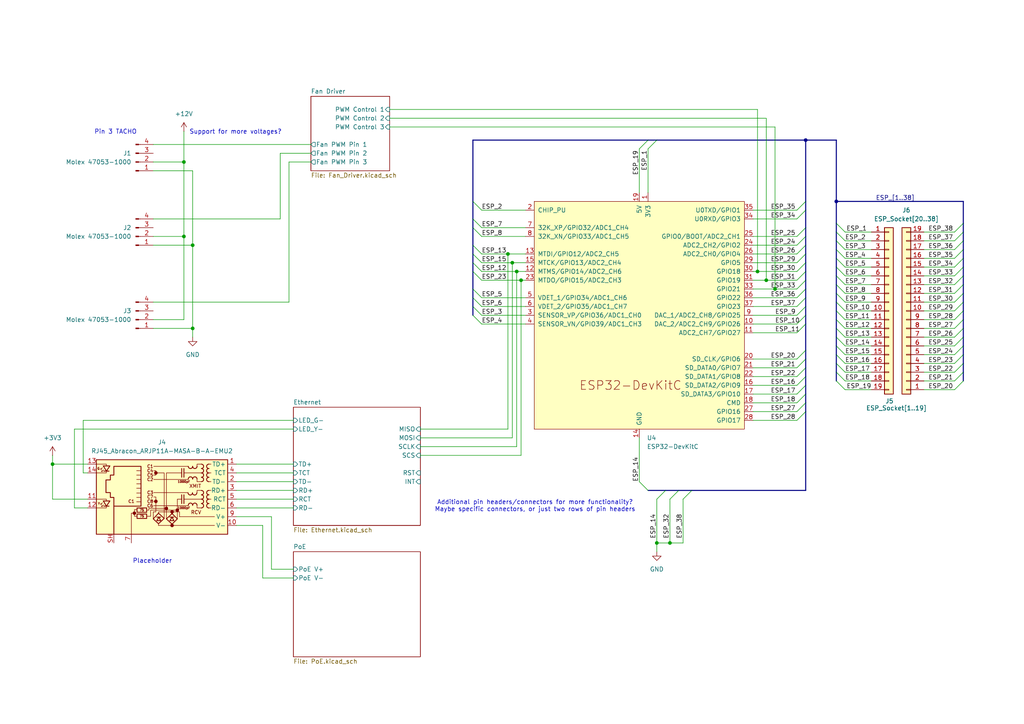
<source format=kicad_sch>
(kicad_sch (version 20231120) (generator "eeschema") (generator_version "8.0")
  (paper "A4")
  (lib_symbols
    (symbol "Connector:Conn_01x04_Pin" (pin_names (offset 1.016) hide)
      (property "Reference" "J" (at 0 5.08 0))
      (property "Value" "Conn_01x04_Pin" (at 0 -7.62 0))
      (symbol "Conn_01x04_Pin_1_1"
        (polyline (pts (xy 1.27 -5.08) (xy 0.8636 -5.08)) (stroke (width 0.1524)))
        (polyline (pts (xy 1.27 -2.54) (xy 0.8636 -2.54)) (stroke (width 0.1524)))
        (polyline (pts (xy 1.27 0) (xy 0.8636 0)) (stroke (width 0.1524)))
        (polyline (pts (xy 1.27 2.54) (xy 0.8636 2.54)) (stroke (width 0.1524)))
        (rectangle (start 0.8636 -4.953) (end 0 -5.207) (stroke (width 0.1524)) (fill (type outline)))
        (rectangle (start 0.8636 -2.413) (end 0 -2.667) (stroke (width 0.1524)) (fill (type outline)))
        (rectangle (start 0.8636 0.127) (end 0 -0.127) (stroke (width 0.1524)) (fill (type outline)))
        (rectangle (start 0.8636 2.667) (end 0 2.413) (stroke (width 0.1524)) (fill (type outline)))
        (pin passive line (at 5.08 2.54 180) (length 3.81) (name "Pin_1") (number "1"))
        (pin passive line (at 5.08 0 180) (length 3.81) (name "Pin_2") (number "2"))
        (pin passive line (at 5.08 -2.54 180) (length 3.81) (name "Pin_3") (number "3"))
        (pin passive line (at 5.08 -5.08 180) (length 3.81) (name "Pin_4") (number "4"))
      )
    )
    (symbol "Connector:RJ45_Abracon_ARJP11A-MASA-B-A-EMU2"
      (property "Reference" "J" (at 18.415 12.7 0))
      (property "Value" "RJ45_Abracon_ARJP11A-MASA-B-A-EMU2" (at -4.445 12.7 0))
      (symbol "RJ45_Abracon_ARJP11A-MASA-B-A-EMU2_0_0"
        (circle (center -3.175 -3.175) (radius 0.0001) (stroke (width 0.508)))
        (circle (center -1.651 -7.62) (radius 0.0001) (stroke (width 0.508)))
        (circle (center -1.651 -3.683) (radius 0.0001) (stroke (width 0.508)))
        (circle (center 0 -2.667) (radius 0.0001) (stroke (width 0.508)))
        (polyline (pts (xy -5.08 1.27) (xy -5.08 -1.27)) (stroke (width 0.254)))
        (polyline (pts (xy -5.08 8.89) (xy -5.08 6.35)) (stroke (width 0.254)))
        (polyline (pts (xy -4.445 1.27) (xy -4.445 -1.27)) (stroke (width 0.254)))
        (polyline (pts (xy -4.445 8.89) (xy -4.445 6.35)) (stroke (width 0.254)))
        (polyline (pts (xy 9.271 -4.064) (xy 10.16 -4.064)))
        (polyline (pts (xy 17.399 -0.508) (xy 17.399 0) (xy 20.32 0)))
        (polyline (pts (xy 17.399 9.652) (xy 17.399 10.16) (xy 20.32 10.16)))
        (polyline (pts (xy 20.32 -2.54) (xy 17.399 -2.54) (xy 17.399 -2.032)))
        (polyline (pts (xy 20.32 7.62) (xy 17.399 7.62) (xy 17.399 8.128)))
        (polyline (pts (xy 3.683 0.635) (xy 3.048 0.635) (xy 3.048 -0.635) (xy 3.683 -0.635)))
        (polyline (pts (xy 3.683 8.255) (xy 3.048 8.255) (xy 3.048 6.985) (xy 3.683 6.985)))
        (polyline (pts (xy 8.636 -4.953) (xy 9.271 -4.953) (xy 9.271 -3.048) (xy 8.636 -3.048)))
        (circle (center 3.048 -0.635) (radius 0.0001) (stroke (width 0.508)))
        (circle (center 3.048 7.62) (radius 0.0001) (stroke (width 0.508)))
        (circle (center 9.271 -4.064) (radius 0.0001) (stroke (width 0.508)))
        (text "C1" (at 4.699 9.525 0) (effects (font (size 0.889 0.889))))
        (text "C1" (at 10.16 -0.635 0) (effects (font (size 0.889 0.889))))
        (text "C2" (at 4.699 5.715 0) (effects (font (size 0.889 0.889))))
        (text "C3" (at 4.699 1.905 0) (effects (font (size 0.889 0.889))))
        (text "C4" (at 4.699 8.255 0) (effects (font (size 0.889 0.889))))
        (text "C5" (at 4.699 6.985 0) (effects (font (size 0.889 0.889))))
        (text "C6" (at 4.699 -1.905 0) (effects (font (size 0.889 0.889))))
        (text "C7" (at 4.699 0.635 0) (effects (font (size 0.889 0.889))))
        (text "C8" (at 4.699 -0.635 0) (effects (font (size 0.889 0.889))))
        (text "RCV" (at -10.16 -3.81 0) (effects (font (size 1.016 1.016)) (justify left)))
        (text "XMIT" (at -10.16 3.81 0) (effects (font (size 1.016 1.016)) (justify left)))
      )
      (symbol "RJ45_Abracon_ARJP11A-MASA-B-A-EMU2_0_1"
        (rectangle (start -17.78 11.43) (end 20.32 -10.16) (stroke (width 0.254)) (fill (type background)))
        (polyline (pts (xy -12.3163 -2.54) (xy -12.9513 -2.54)))
        (polyline (pts (xy -12.3163 0) (xy -12.9513 0)))
        (polyline (pts (xy -12.3163 2.54) (xy -12.9513 2.54)))
        (polyline (pts (xy -12.3163 5.08) (xy -12.9513 5.08)))
        (polyline (pts (xy -12.3163 7.62) (xy -12.9513 7.62)))
        (polyline (pts (xy -12.3163 10.16) (xy -12.9513 10.16)))
        (polyline (pts (xy -6.35 -1.905) (xy 3.683 -1.905)))
        (polyline (pts (xy -6.35 5.715) (xy 3.683 5.715)))
        (polyline (pts (xy -6.35 9.525) (xy 3.683 9.525)))
        (polyline (pts (xy -6.223 1.905) (xy 3.683 1.905)))
        (polyline (pts (xy -5.08 0) (xy -10.16 0)))
        (polyline (pts (xy -5.08 7.62) (xy -10.16 7.62)))
        (polyline (pts (xy 7.366 0.508) (xy 8.636 0.508)))
        (polyline (pts (xy 7.366 1.778) (xy 8.636 1.778)))
        (polyline (pts (xy 7.366 3.175) (xy 8.636 3.175)))
        (polyline (pts (xy 7.366 4.445) (xy 8.636 4.445)))
        (polyline (pts (xy 7.366 5.715) (xy 8.636 5.715)))
        (polyline (pts (xy 8.636 -0.762) (xy 7.366 -0.762)))
        (polyline (pts (xy 8.636 6.985) (xy 7.366 6.985)))
        (polyline (pts (xy 8.636 8.255) (xy 7.366 8.255)))
        (polyline (pts (xy -10.16 2.54) (xy -8.89 2.54) (xy -8.89 1.905)))
        (polyline (pts (xy -10.16 10.16) (xy -8.89 10.16) (xy -8.89 9.525)))
        (polyline (pts (xy -8.89 -1.905) (xy -8.89 -2.54) (xy -10.16 -2.54)))
        (polyline (pts (xy -8.89 5.715) (xy -8.89 5.08) (xy -10.16 5.08)))
        (polyline (pts (xy -4.445 0) (xy -3.175 0) (xy -3.175 -5.715)))
        (polyline (pts (xy -4.445 7.62) (xy 0 7.62) (xy 0 -5.715)))
      )
      (symbol "RJ45_Abracon_ARJP11A-MASA-B-A-EMU2_1_0"
        (text "1000pF" (at -5.08 -2.54 0) (effects (font (size 0.635 0.635))))
        (text "1000pF" (at -5.08 5.08 0) (effects (font (size 0.635 0.635))))
      )
      (symbol "RJ45_Abracon_ARJP11A-MASA-B-A-EMU2_1_1"
        (arc (start -12.3163 1.27) (mid -11.684 1.905) (end -12.3163 2.54) (stroke (width 0.254)))
        (arc (start -12.3136 -2.54) (mid -11.6813 -1.905) (end -12.3136 -1.27) (stroke (width 0.254)))
        (arc (start -12.3136 -1.27) (mid -11.6813 -0.635) (end -12.3136 0) (stroke (width 0.254)))
        (arc (start -12.3136 0) (mid -11.6813 0.635) (end -12.3136 1.27) (stroke (width 0.254)))
        (arc (start -12.3136 8.89) (mid -11.6813 9.525) (end -12.3136 10.16) (stroke (width 0.254)))
        (arc (start -12.3109 5.08) (mid -11.6786 5.715) (end -12.3109 6.35) (stroke (width 0.254)))
        (arc (start -12.3109 6.35) (mid -11.6786 6.985) (end -12.3109 7.62) (stroke (width 0.254)))
        (arc (start -12.3109 7.62) (mid -11.6786 8.255) (end -12.3109 8.89) (stroke (width 0.254)))
        (arc (start -10.1654 0) (mid -10.7977 -0.635) (end -10.1654 -1.27) (stroke (width 0.254)))
        (arc (start -10.1654 1.27) (mid -10.7977 0.635) (end -10.1654 0) (stroke (width 0.254)))
        (arc (start -10.1654 2.54) (mid -10.7977 1.905) (end -10.1654 1.27) (stroke (width 0.254)))
        (arc (start -10.1654 7.62) (mid -10.7977 6.985) (end -10.1654 6.35) (stroke (width 0.254)))
        (arc (start -10.1654 8.89) (mid -10.7977 8.255) (end -10.1654 7.62) (stroke (width 0.254)))
        (arc (start -10.1654 10.16) (mid -10.7977 9.525) (end -10.1654 8.89) (stroke (width 0.254)))
        (arc (start -10.1627 -1.27) (mid -10.795 -1.905) (end -10.1627 -2.54) (stroke (width 0.254)))
        (arc (start -10.1627 6.35) (mid -10.795 5.715) (end -10.1627 5.08) (stroke (width 0.254)))
        (arc (start -8.89 9.5223) (mid -8.255 8.89) (end -7.62 9.5223) (stroke (width 0.254)))
        (arc (start -8.8265 1.8388) (mid -8.1915 1.2065) (end -7.5565 1.8388) (stroke (width 0.254)))
        (arc (start -7.62 -1.7753) (mid -8.255 -1.143) (end -8.89 -1.7753) (stroke (width 0.254)))
        (arc (start -7.62 5.8447) (mid -8.255 6.477) (end -8.89 5.8447) (stroke (width 0.254)))
        (arc (start -7.62 9.525) (mid -6.985 8.8927) (end -6.35 9.525) (stroke (width 0.254)))
        (arc (start -7.5565 1.8415) (mid -6.9215 1.2092) (end -6.2865 1.8415) (stroke (width 0.254)))
        (arc (start -6.35 -1.7726) (mid -6.985 -1.1403) (end -7.62 -1.7726) (stroke (width 0.254)))
        (arc (start -6.35 5.8474) (mid -6.985 6.4797) (end -7.62 5.8474) (stroke (width 0.254)))
        (polyline (pts (xy -13.97 -7.62) (xy 2.286 -7.62)))
        (polyline (pts (xy -13.97 -5.08) (xy -3.81 -5.08)))
        (polyline (pts (xy -2.159 -5.207) (xy -1.016 -5.207)) (stroke (width 0.254)))
        (polyline (pts (xy -1.651 -7.239) (xy -1.651 -7.493)))
        (polyline (pts (xy 1.651 -5.207) (xy 2.794 -5.207)) (stroke (width 0.254)))
        (polyline (pts (xy 2.286 -7.112) (xy 2.286 -7.62)))
        (polyline (pts (xy 10.16 -4.064) (xy 10.16 -10.16)))
        (polyline (pts (xy 15.24 -10.16) (xy 15.24 -2.032)) (stroke (width 0.254)))
        (polyline (pts (xy 18.161 -2.032) (xy 16.637 -2.032)) (stroke (width 0.254)))
        (polyline (pts (xy 18.161 8.128) (xy 16.637 8.128)) (stroke (width 0.254)))
        (polyline (pts (xy 18.796 -2.159) (xy 18.796 -1.905)))
        (polyline (pts (xy 18.796 8.001) (xy 18.796 8.255)))
        (polyline (pts (xy 19.05 -1.524) (xy 19.05 -1.27)))
        (polyline (pts (xy 19.05 8.636) (xy 19.05 8.89)))
        (polyline (pts (xy -3.81 -5.08) (xy -3.81 -3.683) (xy -1.651 -3.683)))
        (polyline (pts (xy -1.905 -3.683) (xy -1.651 -3.683) (xy -1.651 -4.191)))
        (polyline (pts (xy -1.651 -3.683) (xy 2.286 -3.683) (xy 2.286 -4.064)))
        (polyline (pts (xy 3.048 7.62) (xy 0.635 7.62) (xy 0.635 -5.588)))
        (polyline (pts (xy 18.288 -1.651) (xy 18.796 -2.159) (xy 18.542 -2.159)))
        (polyline (pts (xy 18.288 8.509) (xy 18.796 8.001) (xy 18.542 8.001)))
        (polyline (pts (xy 18.542 -1.016) (xy 19.05 -1.524) (xy 18.796 -1.524)))
        (polyline (pts (xy 18.542 9.144) (xy 19.05 8.636) (xy 18.796 8.636)))
        (polyline (pts (xy -2.159 -6.223) (xy -1.016 -6.223) (xy -1.651 -5.207) (xy -2.159 -6.223)) (stroke (width 0.254)))
        (polyline (pts (xy 1.651 -6.223) (xy 2.794 -6.223) (xy 2.159 -5.207) (xy 1.651 -6.223)) (stroke (width 0.254)))
        (polyline (pts (xy 3.048 -0.508) (xy 3.048 -3.683) (xy 3.81 -3.683) (xy 3.81 -5.715)))
        (polyline (pts (xy 5.715 -4.953) (xy 4.572 -4.953) (xy 4.572 -3.175) (xy -3.175 -3.175)))
        (polyline (pts (xy 5.715 -3.175) (xy 5.08 -3.175) (xy 5.08 -2.667) (xy 0 -2.667)))
        (polyline (pts (xy 18.288 -0.508) (xy 16.383 -0.508) (xy 17.399 -2.032) (xy 18.288 -0.508)) (stroke (width 0.254)))
        (polyline (pts (xy 18.288 9.652) (xy 16.383 9.652) (xy 17.399 8.128) (xy 18.288 9.652)) (stroke (width 0.254)))
        (polyline (pts (xy -1.651 -4.191) (xy -3.175 -5.715) (xy -1.651 -7.239) (xy 0 -5.715) (xy -1.651 -4.191)) (stroke (width 0.254)))
        (polyline (pts (xy 2.286 -4.064) (xy 0.635 -5.588) (xy 2.286 -7.112) (xy 3.81 -5.715) (xy 2.286 -4.064)) (stroke (width 0.254)))
        (polyline (pts (xy 7.366 -2.032) (xy 7.366 9.525) (xy 15.24 9.525) (xy 15.24 6.985) (xy 16.256 6.985) (xy 16.256 5.588) (xy 17.526 5.588) (xy 17.526 1.905) (xy 16.256 1.905) (xy 16.256 0.508) (xy 15.24 0.508) (xy 15.24 -2.032) (xy 7.366 -2.032)) (stroke (width 0.254)))
        (rectangle (start 8.509 -5.588) (end 5.715 -4.318) (stroke (width 0.254)))
        (rectangle (start 8.509 -3.81) (end 5.715 -2.54) (stroke (width 0.254)))
        (text "75" (at 7.112 -4.953 0) (effects (font (size 0.635 0.635))))
        (text "75" (at 7.112 -3.175 0) (effects (font (size 0.635 0.635))))
        (text "G" (at 19.685 8.89 0) (effects (font (size 0.635 0.635))))
        (text "Y" (at 19.558 -1.27 0) (effects (font (size 0.635 0.635))))
        (pin passive line (at -20.32 10.16 0) (length 2.54) (name "TD+") (number "1"))
        (pin power_out line (at -20.32 -7.62 0) (length 2.54) (name "V-") (number "10"))
        (pin passive line (at 22.86 0 180) (length 2.54) (name "") (number "11"))
        (pin passive line (at 22.86 -2.54 180) (length 2.54) (name "") (number "12"))
        (pin passive line (at 22.86 10.16 180) (length 2.54) (name "") (number "13"))
        (pin passive line (at 22.86 7.62 180) (length 2.54) (name "") (number "14"))
        (pin passive line (at -20.32 5.08 0) (length 2.54) (name "TD-") (number "2"))
        (pin passive line (at -20.32 2.54 0) (length 2.54) (name "RD+") (number "3"))
        (pin passive line (at -20.32 7.62 0) (length 2.54) (name "TCT") (number "4"))
        (pin passive line (at -20.32 0 0) (length 2.54) (name "RCT") (number "5"))
        (pin passive line (at -20.32 -2.54 0) (length 2.54) (name "RD-") (number "6"))
        (pin power_in line (at 10.16 -12.7 90) (length 2.54) (name "") (number "7"))
        (pin no_connect line (at 20.32 5.08 0) (length 0) hide (name "NC") (number "8"))
        (pin power_out line (at -20.32 -5.08 0) (length 2.54) (name "V+") (number "9"))
        (pin passive line (at 15.24 -12.7 90) (length 2.54) (name "") (number "SH"))
      )
    )
    (symbol "Connector_Generic:Conn_01x19" (pin_names (offset 1.016) hide)
      (property "Reference" "J" (at 0 25.4 0))
      (property "Value" "Conn_01x19" (at 0 -25.4 0))
      (symbol "Conn_01x19_1_1"
        (rectangle (start -1.27 -22.733) (end 0 -22.987) (stroke (width 0.1524)))
        (rectangle (start -1.27 -20.193) (end 0 -20.447) (stroke (width 0.1524)))
        (rectangle (start -1.27 -17.653) (end 0 -17.907) (stroke (width 0.1524)))
        (rectangle (start -1.27 -15.113) (end 0 -15.367) (stroke (width 0.1524)))
        (rectangle (start -1.27 -12.573) (end 0 -12.827) (stroke (width 0.1524)))
        (rectangle (start -1.27 -10.033) (end 0 -10.287) (stroke (width 0.1524)))
        (rectangle (start -1.27 -7.493) (end 0 -7.747) (stroke (width 0.1524)))
        (rectangle (start -1.27 -4.953) (end 0 -5.207) (stroke (width 0.1524)))
        (rectangle (start -1.27 -2.413) (end 0 -2.667) (stroke (width 0.1524)))
        (rectangle (start -1.27 0.127) (end 0 -0.127) (stroke (width 0.1524)))
        (rectangle (start -1.27 2.667) (end 0 2.413) (stroke (width 0.1524)))
        (rectangle (start -1.27 5.207) (end 0 4.953) (stroke (width 0.1524)))
        (rectangle (start -1.27 7.747) (end 0 7.493) (stroke (width 0.1524)))
        (rectangle (start -1.27 10.287) (end 0 10.033) (stroke (width 0.1524)))
        (rectangle (start -1.27 12.827) (end 0 12.573) (stroke (width 0.1524)))
        (rectangle (start -1.27 15.367) (end 0 15.113) (stroke (width 0.1524)))
        (rectangle (start -1.27 17.907) (end 0 17.653) (stroke (width 0.1524)))
        (rectangle (start -1.27 20.447) (end 0 20.193) (stroke (width 0.1524)))
        (rectangle (start -1.27 22.987) (end 0 22.733) (stroke (width 0.1524)))
        (rectangle (start -1.27 24.13) (end 1.27 -24.13) (stroke (width 0.254)) (fill (type background)))
        (pin passive line (at -5.08 22.86 0) (length 3.81) (name "Pin_1") (number "1"))
        (pin passive line (at -5.08 0 0) (length 3.81) (name "Pin_10") (number "10"))
        (pin passive line (at -5.08 -2.54 0) (length 3.81) (name "Pin_11") (number "11"))
        (pin passive line (at -5.08 -5.08 0) (length 3.81) (name "Pin_12") (number "12"))
        (pin passive line (at -5.08 -7.62 0) (length 3.81) (name "Pin_13") (number "13"))
        (pin passive line (at -5.08 -10.16 0) (length 3.81) (name "Pin_14") (number "14"))
        (pin passive line (at -5.08 -12.7 0) (length 3.81) (name "Pin_15") (number "15"))
        (pin passive line (at -5.08 -15.24 0) (length 3.81) (name "Pin_16") (number "16"))
        (pin passive line (at -5.08 -17.78 0) (length 3.81) (name "Pin_17") (number "17"))
        (pin passive line (at -5.08 -20.32 0) (length 3.81) (name "Pin_18") (number "18"))
        (pin passive line (at -5.08 -22.86 0) (length 3.81) (name "Pin_19") (number "19"))
        (pin passive line (at -5.08 20.32 0) (length 3.81) (name "Pin_2") (number "2"))
        (pin passive line (at -5.08 17.78 0) (length 3.81) (name "Pin_3") (number "3"))
        (pin passive line (at -5.08 15.24 0) (length 3.81) (name "Pin_4") (number "4"))
        (pin passive line (at -5.08 12.7 0) (length 3.81) (name "Pin_5") (number "5"))
        (pin passive line (at -5.08 10.16 0) (length 3.81) (name "Pin_6") (number "6"))
        (pin passive line (at -5.08 7.62 0) (length 3.81) (name "Pin_7") (number "7"))
        (pin passive line (at -5.08 5.08 0) (length 3.81) (name "Pin_8") (number "8"))
        (pin passive line (at -5.08 2.54 0) (length 3.81) (name "Pin_9") (number "9"))
      )
    )
    (symbol "ESP32-Symbols:ESP32-DevKitC" (pin_names (offset 1.016))
      (property "Reference" "U" (at -30.48 38.1 0))
      (property "Value" "ESP32-DevKitC" (at -30.48 35.56 0))
      (symbol "ESP32-DevKitC_0_0"
        (text "ESP32-DevKitC" (at -2.54 -20.32 0) (effects (font (size 2.54 2.54))))
        (pin power_in line (at 0 -35.56 90) (length 2.54) (name "GND") (number "14"))
        (pin power_in line (at 0 35.56 270) (length 2.54) (name "5V") (number "19"))
      )
      (symbol "ESP32-DevKitC_0_1"
        (rectangle (start -30.48 33.02) (end 30.48 -33.02) (fill (type background)))
      )
      (symbol "ESP32-DevKitC_1_1"
        (pin power_in line (at 2.54 35.56 270) (length 2.54) (name "3V3") (number "1"))
        (pin bidirectional line (at 33.02 -2.54 180) (length 2.54) (name "DAC_2/ADC2_CH9/GPIO26") (number "10"))
        (pin bidirectional line (at 33.02 -5.08 180) (length 2.54) (name "ADC2_CH7/GPIO27") (number "11"))
        (pin bidirectional line (at -33.02 12.7 0) (length 2.54) (name "MTMS/GPIO14/ADC2_CH6") (number "12"))
        (pin bidirectional line (at -33.02 17.78 0) (length 2.54) (name "MTDI/GPIO12/ADC2_CH5") (number "13"))
        (pin bidirectional line (at -33.02 15.24 0) (length 2.54) (name "MTCK/GPIO13/ADC2_CH4") (number "15"))
        (pin bidirectional line (at 33.02 -20.32 180) (length 2.54) (name "SD_DATA2/GPIO9") (number "16"))
        (pin bidirectional line (at 33.02 -22.86 180) (length 2.54) (name "SD_DATA3/GPIO10") (number "17"))
        (pin bidirectional line (at 33.02 -25.4 180) (length 2.54) (name "CMD") (number "18"))
        (pin input line (at -33.02 30.48 0) (length 2.54) (name "CHIP_PU") (number "2"))
        (pin bidirectional line (at 33.02 -12.7 180) (length 2.54) (name "SD_CLK/GPIO6") (number "20"))
        (pin bidirectional line (at 33.02 -15.24 180) (length 2.54) (name "SD_DATA0/GPIO7") (number "21"))
        (pin bidirectional line (at 33.02 -17.78 180) (length 2.54) (name "SD_DATA1/GPIO8") (number "22"))
        (pin bidirectional line (at -33.02 10.16 0) (length 2.54) (name "MTDO/GPIO15/ADC2_CH3") (number "23"))
        (pin bidirectional line (at 33.02 20.32 180) (length 2.54) (name "ADC2_CH2/GPIO2") (number "24"))
        (pin bidirectional line (at 33.02 22.86 180) (length 2.54) (name "GPIO0/BOOT/ADC2_CH1") (number "25"))
        (pin bidirectional line (at 33.02 17.78 180) (length 2.54) (name "ADC2_CH0/GPIO4") (number "26"))
        (pin bidirectional line (at 33.02 -27.94 180) (length 2.54) (name "GPIO16") (number "27"))
        (pin bidirectional line (at 33.02 -30.48 180) (length 2.54) (name "GPIO17") (number "28"))
        (pin bidirectional line (at 33.02 15.24 180) (length 2.54) (name "GPIO5") (number "29"))
        (pin input line (at -33.02 0 0) (length 2.54) (name "SENSOR_VP/GPIO36/ADC1_CH0") (number "3"))
        (pin bidirectional line (at 33.02 12.7 180) (length 2.54) (name "GPIO18") (number "30"))
        (pin bidirectional line (at 33.02 10.16 180) (length 2.54) (name "GPIO19") (number "31"))
        (pin passive line (at 0 -35.56 90) (length 2.54) hide (name "GND") (number "32"))
        (pin bidirectional line (at 33.02 7.62 180) (length 2.54) (name "GPIO21") (number "33"))
        (pin bidirectional line (at 33.02 27.94 180) (length 2.54) (name "U0RXD/GPIO3") (number "34"))
        (pin bidirectional line (at 33.02 30.48 180) (length 2.54) (name "U0TXD/GPIO1") (number "35"))
        (pin bidirectional line (at 33.02 5.08 180) (length 2.54) (name "GPIO22") (number "36"))
        (pin bidirectional line (at 33.02 2.54 180) (length 2.54) (name "GPIO23") (number "37"))
        (pin passive line (at 0 -35.56 90) (length 2.54) hide (name "GND") (number "38"))
        (pin input line (at -33.02 -2.54 0) (length 2.54) (name "SENSOR_VN/GPIO39/ADC1_CH3") (number "4"))
        (pin input line (at -33.02 5.08 0) (length 2.54) (name "VDET_1/GPIO34/ADC1_CH6") (number "5"))
        (pin input line (at -33.02 2.54 0) (length 2.54) (name "VDET_2/GPIO35/ADC1_CH7") (number "6"))
        (pin bidirectional line (at -33.02 25.4 0) (length 2.54) (name "32K_XP/GPIO32/ADC1_CH4") (number "7"))
        (pin bidirectional line (at -33.02 22.86 0) (length 2.54) (name "32K_XN/GPIO33/ADC1_CH5") (number "8"))
        (pin bidirectional line (at 33.02 0 180) (length 2.54) (name "DAC_1/ADC2_CH8/GPIO25") (number "9"))
      )
    )
    (symbol "power:+12V" (power) (pin_numbers hide) (pin_names (offset 0) hide)
      (property "Value" "+12V" (at 0 3.556 0))
      (symbol "+12V_0_1"
        (polyline (pts (xy -0.762 1.27) (xy 0 2.54)))
        (polyline (pts (xy 0 0) (xy 0 2.54)))
        (polyline (pts (xy 0 2.54) (xy 0.762 1.27)))
      )
      (symbol "+12V_1_1"
        (pin power_in line (at 0 0 90) (length 0) (name "~") (number "1"))
      )
    )
    (symbol "power:+3V3" (power) (pin_numbers hide) (pin_names (offset 0) hide)
      (property "Value" "+3V3" (at 0 3.556 0))
      (symbol "+3V3_0_1"
        (polyline (pts (xy -0.762 1.27) (xy 0 2.54)))
        (polyline (pts (xy 0 0) (xy 0 2.54)))
        (polyline (pts (xy 0 2.54) (xy 0.762 1.27)))
      )
      (symbol "+3V3_1_1"
        (pin power_in line (at 0 0 90) (length 0) (name "~") (number "1"))
      )
    )
    (symbol "power:GND" (power) (pin_numbers hide) (pin_names (offset 0) hide)
      (property "Value" "GND" (at 0 -3.81 0))
      (symbol "GND_0_1"
        (polyline (pts (xy 0 0) (xy 0 -1.27) (xy 1.27 -1.27) (xy 0 -2.54) (xy -1.27 -1.27) (xy 0 -1.27)))
      )
      (symbol "GND_1_1"
        (pin power_in line (at 0 0 270) (length 0) (name "~") (number "1"))
      )
    )
  )
  (junction (at 148.59 76.2))
  (junction (at 190.5 157.48))
  (junction (at 242.57 58.42))
  (junction (at 15.24 134.62))
  (junction (at 224.79 83.82))
  (junction (at 55.88 95.25))
  (junction (at 151.13 81.28))
  (junction (at 233.68 40.64))
  (junction (at 147.32 73.66))
  (junction (at 53.34 46.99))
  (junction (at 149.86 78.74))
  (junction (at 53.34 68.58))
  (junction (at 194.31 157.48))
  (junction (at 55.88 71.12))
  (junction (at 222.25 81.28))
  (junction (at 219.71 78.74))
  (bus_entry (at 245.11 77.47) (size -2.54 -2.54))
  (bus_entry (at 185.42 43.18) (size 2.54 -2.54))
  (bus_entry (at 276.86 90.17) (size 2.54 -2.54))
  (bus_entry (at 139.7 93.98) (size -2.54 -2.54))
  (bus_entry (at 276.86 85.09) (size 2.54 -2.54))
  (bus_entry (at 231.14 111.76) (size 2.54 -2.54))
  (bus_entry (at 231.14 96.52) (size 2.54 -2.54))
  (bus_entry (at 245.11 82.55) (size -2.54 -2.54))
  (bus_entry (at 245.11 67.31) (size -2.54 -2.54))
  (bus_entry (at 245.11 74.93) (size -2.54 -2.54))
  (bus_entry (at 231.14 73.66) (size 2.54 -2.54))
  (bus_entry (at 231.14 68.58) (size 2.54 -2.54))
  (bus_entry (at 276.86 77.47) (size 2.54 -2.54))
  (bus_entry (at 245.11 92.71) (size -2.54 -2.54))
  (bus_entry (at 245.11 95.25) (size -2.54 -2.54))
  (bus_entry (at 231.14 86.36) (size 2.54 -2.54))
  (bus_entry (at 139.7 76.2) (size -2.54 -2.54))
  (bus_entry (at 276.86 92.71) (size 2.54 -2.54))
  (bus_entry (at 231.14 88.9) (size 2.54 -2.54))
  (bus_entry (at 276.86 87.63) (size 2.54 -2.54))
  (bus_entry (at 245.11 72.39) (size -2.54 -2.54))
  (bus_entry (at 139.7 68.58) (size -2.54 -2.54))
  (bus_entry (at 276.86 69.85) (size 2.54 -2.54))
  (bus_entry (at 245.11 97.79) (size -2.54 -2.54))
  (bus_entry (at 139.7 86.36) (size -2.54 -2.54))
  (bus_entry (at 139.7 81.28) (size -2.54 -2.54))
  (bus_entry (at 196.85 142.24) (size -2.54 2.54))
  (bus_entry (at 231.14 116.84) (size 2.54 -2.54))
  (bus_entry (at 276.86 95.25) (size 2.54 -2.54))
  (bus_entry (at 231.14 121.92) (size 2.54 -2.54))
  (bus_entry (at 245.11 87.63) (size -2.54 -2.54))
  (bus_entry (at 139.7 91.44) (size -2.54 -2.54))
  (bus_entry (at 245.11 113.03) (size -2.54 -2.54))
  (bus_entry (at 139.7 78.74) (size -2.54 -2.54))
  (bus_entry (at 193.04 142.24) (size -2.54 2.54))
  (bus_entry (at 231.14 109.22) (size 2.54 -2.54))
  (bus_entry (at 276.86 80.01) (size 2.54 -2.54))
  (bus_entry (at 139.7 88.9) (size -2.54 -2.54))
  (bus_entry (at 276.86 113.03) (size 2.54 -2.54))
  (bus_entry (at 276.86 105.41) (size 2.54 -2.54))
  (bus_entry (at 245.11 110.49) (size -2.54 -2.54))
  (bus_entry (at 276.86 72.39) (size 2.54 -2.54))
  (bus_entry (at 245.11 105.41) (size -2.54 -2.54))
  (bus_entry (at 245.11 69.85) (size -2.54 -2.54))
  (bus_entry (at 231.14 60.96) (size 2.54 -2.54))
  (bus_entry (at 231.14 78.74) (size 2.54 -2.54))
  (bus_entry (at 276.86 102.87) (size 2.54 -2.54))
  (bus_entry (at 200.66 142.24) (size -2.54 2.54))
  (bus_entry (at 245.11 80.01) (size -2.54 -2.54))
  (bus_entry (at 187.96 43.18) (size 2.54 -2.54))
  (bus_entry (at 231.14 81.28) (size 2.54 -2.54))
  (bus_entry (at 231.14 106.68) (size 2.54 -2.54))
  (bus_entry (at 245.11 102.87) (size -2.54 -2.54))
  (bus_entry (at 231.14 114.3) (size 2.54 -2.54))
  (bus_entry (at 231.14 76.2) (size 2.54 -2.54))
  (bus_entry (at 231.14 83.82) (size 2.54 -2.54))
  (bus_entry (at 245.11 85.09) (size -2.54 -2.54))
  (bus_entry (at 231.14 91.44) (size 2.54 -2.54))
  (bus_entry (at 245.11 107.95) (size -2.54 -2.54))
  (bus_entry (at 231.14 93.98) (size 2.54 -2.54))
  (bus_entry (at 276.86 100.33) (size 2.54 -2.54))
  (bus_entry (at 245.11 100.33) (size -2.54 -2.54))
  (bus_entry (at 185.42 139.7) (size 2.54 2.54))
  (bus_entry (at 231.14 63.5) (size 2.54 -2.54))
  (bus_entry (at 139.7 66.04) (size -2.54 -2.54))
  (bus_entry (at 245.11 90.17) (size -2.54 -2.54))
  (bus_entry (at 276.86 67.31) (size 2.54 -2.54))
  (bus_entry (at 276.86 74.93) (size 2.54 -2.54))
  (bus_entry (at 276.86 82.55) (size 2.54 -2.54))
  (bus_entry (at 276.86 97.79) (size 2.54 -2.54))
  (bus_entry (at 139.7 60.96) (size -2.54 -2.54))
  (bus_entry (at 231.14 119.38) (size 2.54 -2.54))
  (bus_entry (at 231.14 104.14) (size 2.54 -2.54))
  (bus_entry (at 276.86 107.95) (size 2.54 -2.54))
  (bus_entry (at 139.7 73.66) (size -2.54 -2.54))
  (bus_entry (at 276.86 110.49) (size 2.54 -2.54))
  (bus_entry (at 231.14 71.12) (size 2.54 -2.54))
  (wire (pts (xy 245.11 107.95) (xy 252.73 107.95)))
  (bus (pts (xy 233.68 83.82) (xy 233.68 86.36)))
  (wire (pts (xy 139.7 88.9) (xy 152.4 88.9)))
  (wire (pts (xy 121.92 127) (xy 148.59 127)))
  (wire (pts (xy 267.97 72.39) (xy 276.86 72.39)))
  (bus (pts (xy 233.68 93.98) (xy 233.68 101.6)))
  (wire (pts (xy 190.5 157.48) (xy 194.31 157.48)))
  (wire (pts (xy 267.97 113.03) (xy 276.86 113.03)))
  (wire (pts (xy 76.2 167.64) (xy 85.09 167.64)))
  (wire (pts (xy 231.14 109.22) (xy 218.44 109.22)))
  (bus (pts (xy 137.16 83.82) (xy 137.16 78.74)))
  (wire (pts (xy 267.97 100.33) (xy 276.86 100.33)))
  (wire (pts (xy 231.14 91.44) (xy 218.44 91.44)))
  (bus (pts (xy 242.57 102.87) (xy 242.57 105.41)))
  (bus (pts (xy 137.16 73.66) (xy 137.16 71.12)))
  (wire (pts (xy 190.5 144.78) (xy 190.5 157.48)))
  (bus (pts (xy 137.16 40.64) (xy 187.96 40.64)))
  (wire (pts (xy 267.97 87.63) (xy 276.86 87.63)))
  (bus (pts (xy 242.57 77.47) (xy 242.57 80.01)))
  (wire (pts (xy 224.79 83.82) (xy 231.14 83.82)))
  (wire (pts (xy 44.45 71.12) (xy 55.88 71.12)))
  (bus (pts (xy 279.4 107.95) (xy 279.4 110.49)))
  (wire (pts (xy 55.88 49.53) (xy 55.88 71.12)))
  (bus (pts (xy 190.5 40.64) (xy 233.68 40.64)))
  (wire (pts (xy 44.45 49.53) (xy 55.88 49.53)))
  (bus (pts (xy 233.68 40.64) (xy 233.68 58.42)))
  (wire (pts (xy 121.92 129.54) (xy 149.86 129.54)))
  (wire (pts (xy 139.7 60.96) (xy 152.4 60.96)))
  (bus (pts (xy 233.68 106.68) (xy 233.68 109.22)))
  (wire (pts (xy 219.71 78.74) (xy 219.71 31.75)))
  (wire (pts (xy 44.45 87.63) (xy 83.82 87.63)))
  (wire (pts (xy 219.71 31.75) (xy 113.03 31.75)))
  (wire (pts (xy 267.97 105.41) (xy 276.86 105.41)))
  (bus (pts (xy 242.57 107.95) (xy 242.57 110.49)))
  (wire (pts (xy 267.97 85.09) (xy 276.86 85.09)))
  (wire (pts (xy 245.11 77.47) (xy 252.73 77.47)))
  (wire (pts (xy 68.58 152.4) (xy 76.2 152.4)))
  (wire (pts (xy 90.17 41.91) (xy 44.45 41.91)))
  (wire (pts (xy 231.14 106.68) (xy 218.44 106.68)))
  (bus (pts (xy 242.57 85.09) (xy 242.57 87.63)))
  (wire (pts (xy 78.74 165.1) (xy 85.09 165.1)))
  (wire (pts (xy 245.11 113.03) (xy 252.73 113.03)))
  (bus (pts (xy 233.68 109.22) (xy 233.68 111.76)))
  (bus (pts (xy 242.57 80.01) (xy 242.57 82.55)))
  (bus (pts (xy 279.4 95.25) (xy 279.4 97.79)))
  (wire (pts (xy 219.71 78.74) (xy 218.44 78.74)))
  (wire (pts (xy 190.5 157.48) (xy 190.5 160.02)))
  (bus (pts (xy 279.4 80.01) (xy 279.4 82.55)))
  (bus (pts (xy 279.4 74.93) (xy 279.4 77.47)))
  (bus (pts (xy 233.68 76.2) (xy 233.68 78.74)))
  (wire (pts (xy 21.59 147.32) (xy 21.59 124.46)))
  (bus (pts (xy 187.96 142.24) (xy 193.04 142.24)))
  (wire (pts (xy 222.25 81.28) (xy 231.14 81.28)))
  (wire (pts (xy 78.74 149.86) (xy 68.58 149.86)))
  (bus (pts (xy 233.68 119.38) (xy 233.68 142.24)))
  (wire (pts (xy 231.14 86.36) (xy 218.44 86.36)))
  (wire (pts (xy 198.12 144.78) (xy 198.12 157.48)))
  (wire (pts (xy 68.58 147.32) (xy 85.09 147.32)))
  (bus (pts (xy 137.16 91.44) (xy 137.16 88.9)))
  (wire (pts (xy 267.97 107.95) (xy 276.86 107.95)))
  (wire (pts (xy 68.58 144.78) (xy 85.09 144.78)))
  (wire (pts (xy 139.7 73.66) (xy 147.32 73.66)))
  (wire (pts (xy 81.28 44.45) (xy 90.17 44.45)))
  (wire (pts (xy 68.58 142.24) (xy 85.09 142.24)))
  (wire (pts (xy 44.45 63.5) (xy 81.28 63.5)))
  (wire (pts (xy 245.11 82.55) (xy 252.73 82.55)))
  (wire (pts (xy 267.97 74.93) (xy 276.86 74.93)))
  (wire (pts (xy 187.96 43.18) (xy 187.96 55.88)))
  (wire (pts (xy 139.7 78.74) (xy 149.86 78.74)))
  (bus (pts (xy 233.68 66.04) (xy 233.68 68.58)))
  (bus (pts (xy 279.4 82.55) (xy 279.4 85.09)))
  (bus (pts (xy 279.4 87.63) (xy 279.4 90.17)))
  (bus (pts (xy 233.68 68.58) (xy 233.68 71.12)))
  (wire (pts (xy 44.45 92.71) (xy 53.34 92.71)))
  (bus (pts (xy 242.57 40.64) (xy 242.57 58.42)))
  (bus (pts (xy 279.4 67.31) (xy 279.4 69.85)))
  (bus (pts (xy 279.4 58.42) (xy 279.4 64.77)))
  (wire (pts (xy 245.11 69.85) (xy 252.73 69.85)))
  (bus (pts (xy 279.4 58.42) (xy 242.57 58.42)))
  (wire (pts (xy 121.92 124.46) (xy 147.32 124.46)))
  (bus (pts (xy 200.66 142.24) (xy 233.68 142.24)))
  (bus (pts (xy 242.57 87.63) (xy 242.57 90.17)))
  (wire (pts (xy 55.88 71.12) (xy 55.88 95.25)))
  (wire (pts (xy 222.25 81.28) (xy 218.44 81.28)))
  (wire (pts (xy 15.24 144.78) (xy 25.4 144.78)))
  (wire (pts (xy 267.97 77.47) (xy 276.86 77.47)))
  (bus (pts (xy 233.68 58.42) (xy 233.68 60.96)))
  (bus (pts (xy 233.68 91.44) (xy 233.68 93.98)))
  (wire (pts (xy 121.92 132.08) (xy 151.13 132.08)))
  (wire (pts (xy 231.14 121.92) (xy 218.44 121.92)))
  (wire (pts (xy 139.7 68.58) (xy 152.4 68.58)))
  (wire (pts (xy 267.97 97.79) (xy 276.86 97.79)))
  (bus (pts (xy 279.4 85.09) (xy 279.4 87.63)))
  (wire (pts (xy 245.11 90.17) (xy 252.73 90.17)))
  (bus (pts (xy 196.85 142.24) (xy 200.66 142.24)))
  (wire (pts (xy 267.97 80.01) (xy 276.86 80.01)))
  (bus (pts (xy 233.68 60.96) (xy 233.68 66.04)))
  (wire (pts (xy 267.97 92.71) (xy 276.86 92.71)))
  (wire (pts (xy 222.25 34.29) (xy 113.03 34.29)))
  (wire (pts (xy 151.13 132.08) (xy 151.13 81.28)))
  (wire (pts (xy 139.7 66.04) (xy 152.4 66.04)))
  (wire (pts (xy 231.14 68.58) (xy 218.44 68.58)))
  (wire (pts (xy 139.7 76.2) (xy 148.59 76.2)))
  (bus (pts (xy 242.57 74.93) (xy 242.57 77.47)))
  (wire (pts (xy 245.11 85.09) (xy 252.73 85.09)))
  (wire (pts (xy 185.42 43.18) (xy 185.42 55.88)))
  (wire (pts (xy 245.11 97.79) (xy 252.73 97.79)))
  (wire (pts (xy 148.59 76.2) (xy 152.4 76.2)))
  (wire (pts (xy 25.4 147.32) (xy 21.59 147.32)))
  (bus (pts (xy 137.16 58.42) (xy 137.16 40.64)))
  (wire (pts (xy 231.14 96.52) (xy 218.44 96.52)))
  (wire (pts (xy 267.97 110.49) (xy 276.86 110.49)))
  (bus (pts (xy 242.57 97.79) (xy 242.57 100.33)))
  (bus (pts (xy 233.68 104.14) (xy 233.68 106.68)))
  (bus (pts (xy 233.68 88.9) (xy 233.68 91.44)))
  (bus (pts (xy 233.68 101.6) (xy 233.68 104.14)))
  (bus (pts (xy 233.68 114.3) (xy 233.68 116.84)))
  (bus (pts (xy 279.4 102.87) (xy 279.4 105.41)))
  (wire (pts (xy 245.11 87.63) (xy 252.73 87.63)))
  (wire (pts (xy 15.24 134.62) (xy 15.24 144.78)))
  (bus (pts (xy 279.4 69.85) (xy 279.4 72.39)))
  (bus (pts (xy 242.57 92.71) (xy 242.57 95.25)))
  (wire (pts (xy 245.11 95.25) (xy 252.73 95.25)))
  (bus (pts (xy 137.16 88.9) (xy 137.16 86.36)))
  (bus (pts (xy 137.16 86.36) (xy 137.16 83.82)))
  (bus (pts (xy 242.57 64.77) (xy 242.57 67.31)))
  (wire (pts (xy 245.11 110.49) (xy 252.73 110.49)))
  (wire (pts (xy 194.31 144.78) (xy 194.31 157.48)))
  (wire (pts (xy 231.14 73.66) (xy 218.44 73.66)))
  (wire (pts (xy 147.32 73.66) (xy 152.4 73.66)))
  (wire (pts (xy 68.58 139.7) (xy 85.09 139.7)))
  (bus (pts (xy 242.57 100.33) (xy 242.57 102.87)))
  (bus (pts (xy 242.57 69.85) (xy 242.57 72.39)))
  (bus (pts (xy 279.4 97.79) (xy 279.4 100.33)))
  (wire (pts (xy 44.45 95.25) (xy 55.88 95.25)))
  (bus (pts (xy 187.96 40.64) (xy 190.5 40.64)))
  (wire (pts (xy 231.14 114.3) (xy 218.44 114.3)))
  (wire (pts (xy 68.58 134.62) (xy 85.09 134.62)))
  (wire (pts (xy 151.13 81.28) (xy 152.4 81.28)))
  (wire (pts (xy 149.86 78.74) (xy 152.4 78.74)))
  (wire (pts (xy 15.24 132.08) (xy 15.24 134.62)))
  (wire (pts (xy 222.25 81.28) (xy 222.25 34.29)))
  (wire (pts (xy 139.7 91.44) (xy 152.4 91.44)))
  (bus (pts (xy 279.4 105.41) (xy 279.4 107.95)))
  (bus (pts (xy 137.16 71.12) (xy 137.16 66.04)))
  (wire (pts (xy 185.42 127) (xy 185.42 139.7)))
  (wire (pts (xy 139.7 86.36) (xy 152.4 86.36)))
  (wire (pts (xy 245.11 100.33) (xy 252.73 100.33)))
  (wire (pts (xy 44.45 46.99) (xy 53.34 46.99)))
  (bus (pts (xy 242.57 67.31) (xy 242.57 69.85)))
  (wire (pts (xy 231.14 88.9) (xy 218.44 88.9)))
  (wire (pts (xy 139.7 81.28) (xy 151.13 81.28)))
  (wire (pts (xy 231.14 93.98) (xy 218.44 93.98)))
  (wire (pts (xy 147.32 73.66) (xy 147.32 124.46)))
  (wire (pts (xy 83.82 46.99) (xy 83.82 87.63)))
  (wire (pts (xy 83.82 46.99) (xy 90.17 46.99)))
  (bus (pts (xy 193.04 142.24) (xy 196.85 142.24)))
  (bus (pts (xy 233.68 81.28) (xy 233.68 83.82)))
  (wire (pts (xy 267.97 69.85) (xy 276.86 69.85)))
  (bus (pts (xy 242.57 58.42) (xy 242.57 64.77)))
  (wire (pts (xy 231.14 71.12) (xy 218.44 71.12)))
  (wire (pts (xy 148.59 127) (xy 148.59 76.2)))
  (wire (pts (xy 24.13 137.16) (xy 24.13 121.92)))
  (wire (pts (xy 53.34 46.99) (xy 53.34 38.1)))
  (bus (pts (xy 279.4 90.17) (xy 279.4 92.71)))
  (wire (pts (xy 245.11 80.01) (xy 252.73 80.01)))
  (wire (pts (xy 267.97 102.87) (xy 276.86 102.87)))
  (wire (pts (xy 76.2 167.64) (xy 76.2 152.4)))
  (wire (pts (xy 219.71 78.74) (xy 231.14 78.74)))
  (wire (pts (xy 245.11 105.41) (xy 252.73 105.41)))
  (wire (pts (xy 245.11 102.87) (xy 252.73 102.87)))
  (wire (pts (xy 231.14 63.5) (xy 218.44 63.5)))
  (wire (pts (xy 267.97 95.25) (xy 276.86 95.25)))
  (bus (pts (xy 233.68 78.74) (xy 233.68 81.28)))
  (bus (pts (xy 279.4 64.77) (xy 279.4 67.31)))
  (bus (pts (xy 279.4 92.71) (xy 279.4 95.25)))
  (bus (pts (xy 233.68 111.76) (xy 233.68 114.3)))
  (wire (pts (xy 224.79 36.83) (xy 113.03 36.83)))
  (bus (pts (xy 137.16 78.74) (xy 137.16 76.2)))
  (wire (pts (xy 21.59 124.46) (xy 85.09 124.46)))
  (wire (pts (xy 15.24 134.62) (xy 25.4 134.62)))
  (wire (pts (xy 267.97 67.31) (xy 276.86 67.31)))
  (wire (pts (xy 231.14 111.76) (xy 218.44 111.76)))
  (bus (pts (xy 137.16 66.04) (xy 137.16 63.5)))
  (wire (pts (xy 267.97 82.55) (xy 276.86 82.55)))
  (wire (pts (xy 55.88 95.25) (xy 55.88 97.79)))
  (bus (pts (xy 242.57 72.39) (xy 242.57 74.93)))
  (bus (pts (xy 242.57 82.55) (xy 242.57 85.09)))
  (bus (pts (xy 233.68 71.12) (xy 233.68 73.66)))
  (wire (pts (xy 245.11 72.39) (xy 252.73 72.39)))
  (bus (pts (xy 233.68 86.36) (xy 233.68 88.9)))
  (wire (pts (xy 24.13 121.92) (xy 85.09 121.92)))
  (bus (pts (xy 233.68 73.66) (xy 233.68 76.2)))
  (wire (pts (xy 53.34 92.71) (xy 53.34 68.58)))
  (wire (pts (xy 267.97 90.17) (xy 276.86 90.17)))
  (wire (pts (xy 245.11 67.31) (xy 252.73 67.31)))
  (wire (pts (xy 231.14 76.2) (xy 218.44 76.2)))
  (bus (pts (xy 242.57 95.25) (xy 242.57 97.79)))
  (wire (pts (xy 25.4 137.16) (xy 24.13 137.16)))
  (wire (pts (xy 53.34 68.58) (xy 53.34 46.99)))
  (bus (pts (xy 242.57 90.17) (xy 242.57 92.71)))
  (wire (pts (xy 68.58 137.16) (xy 85.09 137.16)))
  (bus (pts (xy 279.4 72.39) (xy 279.4 74.93)))
  (wire (pts (xy 245.11 92.71) (xy 252.73 92.71)))
  (wire (pts (xy 245.11 74.93) (xy 252.73 74.93)))
  (bus (pts (xy 233.68 40.64) (xy 242.57 40.64)))
  (bus (pts (xy 279.4 100.33) (xy 279.4 102.87)))
  (bus (pts (xy 233.68 116.84) (xy 233.68 119.38)))
  (wire (pts (xy 81.28 63.5) (xy 81.28 44.45)))
  (wire (pts (xy 139.7 93.98) (xy 152.4 93.98)))
  (wire (pts (xy 231.14 60.96) (xy 218.44 60.96)))
  (wire (pts (xy 224.79 83.82) (xy 224.79 36.83)))
  (wire (pts (xy 78.74 165.1) (xy 78.74 149.86)))
  (wire (pts (xy 231.14 119.38) (xy 218.44 119.38)))
  (bus (pts (xy 279.4 77.47) (xy 279.4 80.01)))
  (wire (pts (xy 149.86 129.54) (xy 149.86 78.74)))
  (wire (pts (xy 218.44 83.82) (xy 224.79 83.82)))
  (wire (pts (xy 44.45 68.58) (xy 53.34 68.58)))
  (bus (pts (xy 137.16 76.2) (xy 137.16 73.66)))
  (wire (pts (xy 231.14 104.14) (xy 218.44 104.14)))
  (wire (pts (xy 218.44 116.84) (xy 231.14 116.84)))
  (bus (pts (xy 242.57 105.41) (xy 242.57 107.95)))
  (bus (pts (xy 137.16 63.5) (xy 137.16 58.42)))
  (wire (pts (xy 194.31 157.48) (xy 198.12 157.48)))
  (text "Support for more voltages?" (at 68.326 38.354 0) (effects (font (size 1.27 1.27))))
  (text "Placeholder" (at 44.196 162.814 0) (effects (font (size 1.27 1.27))))
  (text "Additional pin headers/connectors for more functionality?\nMaybe specific connectors, or just two rows of pin headers\n" (at 155.194 146.812 0) (effects (font (size 1.27 1.27))))
  (text "Pin 3 TACHO" (at 33.528 38.354 0) (effects (font (size 1.27 1.27))))
  (label "ESP_30" (at 269.24 87.63 0))
  (label "ESP_6" (at 245.11 80.01 0))
  (label "ESP_32" (at 194.31 156.21 90))
  (label "ESP_37" (at 269.24 69.85 0))
  (label "ESP_12" (at 139.7 78.74 0))
  (label "ESP_13" (at 139.7 73.66 0))
  (label "ESP_21" (at 223.52 106.68 0))
  (label "ESP_17" (at 223.52 114.3 0))
  (label "ESP_3" (at 139.7 91.44 0))
  (label "ESP_19" (at 185.42 50.8 90))
  (label "ESP_24" (at 223.52 71.12 0))
  (label "ESP_32" (at 269.24 82.55 0))
  (label "ESP_35" (at 223.52 60.96 0))
  (label "ESP_13" (at 245.11 97.79 0))
  (label "ESP_38" (at 198.12 156.21 90))
  (label "ESP_34" (at 223.52 63.5 0))
  (label "ESP_14" (at 245.11 100.33 0))
  (label "ESP_7" (at 139.7 66.04 0))
  (label "ESP_9" (at 224.79 91.44 0))
  (label "ESP_16" (at 245.11 105.41 0))
  (label "ESP_3" (at 245.11 72.39 0))
  (label "ESP_10" (at 245.11 90.17 0))
  (label "ESP_26" (at 223.52 73.66 0))
  (label "ESP_4" (at 139.7 93.98 0))
  (label "ESP_30" (at 223.52 78.74 0))
  (label "ESP_14" (at 190.5 156.21 90))
  (label "ESP_10" (at 224.79 93.98 0))
  (label "ESP_36" (at 223.52 86.36 0))
  (label "ESP_14" (at 185.42 139.7 90))
  (label "ESP_29" (at 269.24 90.17 0))
  (label "ESP_1" (at 251.46 67.31 180))
  (label "ESP_29" (at 223.52 76.2 0))
  (label "ESP_1" (at 187.96 49.53 90))
  (label "ESP_2" (at 245.11 69.85 0))
  (label "ESP_28" (at 223.52 121.92 0))
  (label "ESP_22" (at 223.52 109.22 0))
  (label "ESP_35" (at 269.24 74.93 0))
  (label "ESP_2" (at 139.7 60.96 0))
  (label "ESP_15" (at 139.7 76.2 0))
  (label "ESP_4" (at 245.11 74.93 0))
  (label "ESP_28" (at 269.24 92.71 0))
  (label "ESP_22" (at 269.24 107.95 0))
  (label "ESP_[1..38]" (at 254 58.42 0))
  (label "ESP_11" (at 245.11 92.71 0))
  (label "ESP_15" (at 245.11 102.87 0))
  (label "ESP_5" (at 245.11 77.47 0))
  (label "ESP_24" (at 269.24 102.87 0))
  (label "ESP_7" (at 245.11 82.55 0))
  (label "ESP_8" (at 245.11 85.09 0))
  (label "ESP_18" (at 245.11 110.49 0))
  (label "ESP_34" (at 269.24 77.47 0))
  (label "ESP_16" (at 223.52 111.76 0))
  (label "ESP_6" (at 139.7 88.9 0))
  (label "ESP_26" (at 269.24 97.79 0))
  (label "ESP_21" (at 269.24 110.49 0))
  (label "ESP_23" (at 139.7 81.28 0))
  (label "ESP_23" (at 269.24 105.41 0))
  (label "ESP_20" (at 223.52 104.14 0))
  (label "ESP_25" (at 223.52 68.58 0))
  (label "ESP_33" (at 269.24 80.01 0))
  (label "ESP_25" (at 269.24 100.33 0))
  (label "ESP_8" (at 139.7 68.58 0))
  (label "ESP_31" (at 269.24 85.09 0))
  (label "ESP_38" (at 269.24 67.31 0))
  (label "ESP_11" (at 224.79 96.52 0))
  (label "ESP_20" (at 269.24 113.03 0))
  (label "ESP_5" (at 139.7 86.36 0))
  (label "ESP_27" (at 223.52 119.38 0))
  (label "ESP_37" (at 223.52 88.9 0))
  (label "ESP_31" (at 223.52 81.28 0))
  (label "ESP_12" (at 245.11 95.25 0))
  (label "ESP_36" (at 269.24 72.39 0))
  (label "ESP_27" (at 269.24 95.25 0))
  (label "ESP_19" (at 252.73 113.03 180))
  (label "ESP_17" (at 245.11 107.95 0))
  (label "ESP_18" (at 223.52 116.84 0))
  (label "ESP_9" (at 245.11 87.63 0))
  (label "ESP_33" (at 223.52 83.82 0))
  (symbol (lib_id "Connector:Conn_01x04_Pin") (at 39.37 92.71 0) (mirror x) (unit 1)
    (property "Reference" "J3" (at 38.1 90.1699 0) (effects (justify right)))
    (property "Value" "Molex 47053-1000" (at 38.1 92.7099 0) (effects (justify right)))
    (property "Footprint" "Connector:FanPinHeader_1x04_P2.54mm_Vertical" (effects (hide yes)))
    (property "Description" "Generic connector, single row, 01x04, script generated" (effects (hide yes)))
  )
  (symbol (lib_id "Connector:Conn_01x04_Pin") (at 39.37 46.99 0) (mirror x) (unit 1)
    (property "Reference" "J1" (at 38.1 44.4499 0) (effects (justify right)))
    (property "Value" "Molex 47053-1000" (at 38.1 46.9899 0) (effects (justify right)))
    (property "Footprint" "Connector:FanPinHeader_1x04_P2.54mm_Vertical" (effects (hide yes)))
    (property "Description" "Generic connector, single row, 01x04, script generated" (effects (hide yes)))
  )
  (symbol (lib_id "Connector_Generic:Conn_01x19") (at 257.81 90.17 0) (unit 1)
    (property "Reference" "J5" (at 256.794 116.332 0) (effects (justify left)))
    (property "Value" "ESP_Socket[1..19]" (at 251.206 118.364 0) (effects (justify left)))
    (property "Footprint" "Connector_PinSocket_2.54mm:PinSocket_1x19_P2.54mm_Vertical" (effects (hide yes)))
    (property "Description" "Generic connector, single row, 01x19, script generated (kicad-library-utils/schlib/autogen/connector/)" (effects (hide yes)))
  )
  (symbol (lib_id "power:GND") (at 190.5 160.02 0) (unit 1)
    (property "Reference" "#PWR017" (effects (hide yes)))
    (property "Value" "GND" (at 190.5 165.1 0))
    (property "Description" "Power symbol creates a global label with name \"GND\" , ground" (effects (hide yes)))
  )
  (symbol (lib_id "ESP32-Symbols:ESP32-DevKitC") (at 185.42 91.44 0) (unit 1) (on_board no)
    (property "Reference" "U4" (at 187.6141 127 0) (effects (justify left)))
    (property "Value" "ESP32-DevKitC" (at 187.6141 129.54 0) (effects (justify left)))
    (property "Footprint" "PCM_Espressif:ESP32-DevKitC" (effects (hide yes)))
    (property "Datasheet" "https://docs.espressif.com/projects/esp-idf/zh_CN/latest/esp32/hw-reference/esp32/get-started-devkitc.html" (effects (hide yes)))
    (property "Description" "Development Kit" (effects (hide yes)))
  )
  (symbol (lib_id "Connector:Conn_01x04_Pin") (at 39.37 68.58 0) (mirror x) (unit 1)
    (property "Reference" "J2" (at 38.1 66.0399 0) (effects (justify right)))
    (property "Value" "Molex 47053-1000" (at 38.1 68.5799 0) (effects (justify right)))
    (property "Footprint" "Connector:FanPinHeader_1x04_P2.54mm_Vertical" (effects (hide yes)))
    (property "Description" "Generic connector, single row, 01x04, script generated" (effects (hide yes)))
  )
  (symbol (lib_id "power:+12V") (at 53.34 38.1 0) (mirror y) (unit 1)
    (property "Reference" "#PWR04" (effects (hide yes)))
    (property "Value" "+12V" (at 53.34 33.02 0))
    (property "Description" "Power symbol creates a global label with name \"+12V\"" (effects (hide yes)))
  )
  (symbol (lib_id "power:GND") (at 55.88 97.79 0) (mirror y) (unit 1)
    (property "Reference" "#PWR03" (effects (hide yes)))
    (property "Value" "GND" (at 55.88 102.87 0))
    (property "Description" "Power symbol creates a global label with name \"GND\" , ground" (effects (hide yes)))
  )
  (symbol (lib_id "power:+3V3") (at 15.24 132.08 0) (unit 1)
    (property "Reference" "#PWR016" (effects (hide yes)))
    (property "Value" "+3V3" (at 15.24 127 0))
    (property "Description" "Power symbol creates a global label with name \"+3V3\"" (effects (hide yes)))
  )
  (symbol (lib_id "Connector:RJ45_Abracon_ARJP11A-MASA-B-A-EMU2") (at 48.26 144.78 0) (mirror y) (unit 1)
    (property "Reference" "J4" (at 46.99 128.27 0))
    (property "Value" "RJ45_Abracon_ARJP11A-MASA-B-A-EMU2" (at 46.99 130.81 0))
    (property "Footprint" "Connector_RJ:RJ45_Abracon_ARJP11A-MA_Horizontal" (effects (hide yes)))
    (property "Datasheet" "https://abracon.com/Magnetics/lan/ARJP11A.PDF" (effects (hide yes)))
    (property "Description" "RJ45 PoE 10/100 Base-TX Jack with Magnetic Module" (effects (hide yes)))
  )
  (symbol (lib_id "Connector_Generic:Conn_01x19") (at 262.89 90.17 180) (unit 1)
    (property "Reference" "J6" (at 262.89 60.96 0))
    (property "Value" "ESP_Socket[20..38]" (at 262.89 63.5 0))
    (property "Footprint" "Connector_PinSocket_2.54mm:PinSocket_1x19_P2.54mm_Vertical" (effects (hide yes)))
    (property "Description" "Generic connector, single row, 01x19, script generated (kicad-library-utils/schlib/autogen/connector/)" (effects (hide yes)))
  )
  (sheet (at 85.09 118.11) (size 36.83 34.29) (stroke (width 0.1524))
    (property "Sheetname" "Ethernet" (at 85.09 117.3984 0) (effects (justify left bottom)))
    (property "Sheetfile" "Ethernet.kicad_sch" (at 85.09 152.9846 0) (effects (justify left top)))
    (pin "TCT" input (at 85.09 137.16 180))
    (pin "RCT" input (at 85.09 144.78 180))
    (pin "RD+" input (at 85.09 142.24 180))
    (pin "TD-" input (at 85.09 139.7 180))
    (pin "RD-" input (at 85.09 147.32 180))
    (pin "TD+" input (at 85.09 134.62 180))
    (pin "LED_G-" input (at 85.09 121.92 180))
    (pin "LED_Y-" input (at 85.09 124.46 180))
    (pin "SCS" input (at 121.92 132.08 0))
    (pin "SCLK" input (at 121.92 129.54 0))
    (pin "MOSI" input (at 121.92 127 0))
    (pin "MISO" input (at 121.92 124.46 0))
    (pin "RST" input (at 121.92 137.16 0))
    (pin "INT" input (at 121.92 139.7 0))
  )
  (sheet (at 85.09 160.02) (size 36.83 30.48) (stroke (width 0.1524))
    (property "Sheetname" "PoE" (at 85.09 159.3084 0) (effects (justify left bottom)))
    (property "Sheetfile" "PoE.kicad_sch" (at 85.09 191.0846 0) (effects (justify left top)))
    (pin "PoE V+" input (at 85.09 165.1 180))
    (pin "PoE V-" input (at 85.09 167.64 180))
  )
  (sheet (at 90.17 27.94) (size 22.86 21.59) (stroke (width 0.1524))
    (property "Sheetname" "Fan Driver" (at 90.17 27.2284 0) (effects (justify left bottom)))
    (property "Sheetfile" "Fan_Driver.kicad_sch" (at 90.17 50.1146 0) (effects (justify left top)))
    (pin "PWM Control 3" input (at 113.03 36.83 0))
    (pin "Fan PWM Pin 1" output (at 90.17 41.91 180))
    (pin "Fan PWM Pin 3" output (at 90.17 46.99 180))
    (pin "PWM Control 2" input (at 113.03 34.29 0))
    (pin "PWM Control 1" input (at 113.03 31.75 0))
    (pin "Fan PWM Pin 2" output (at 90.17 44.45 180))
  )
)
</source>
